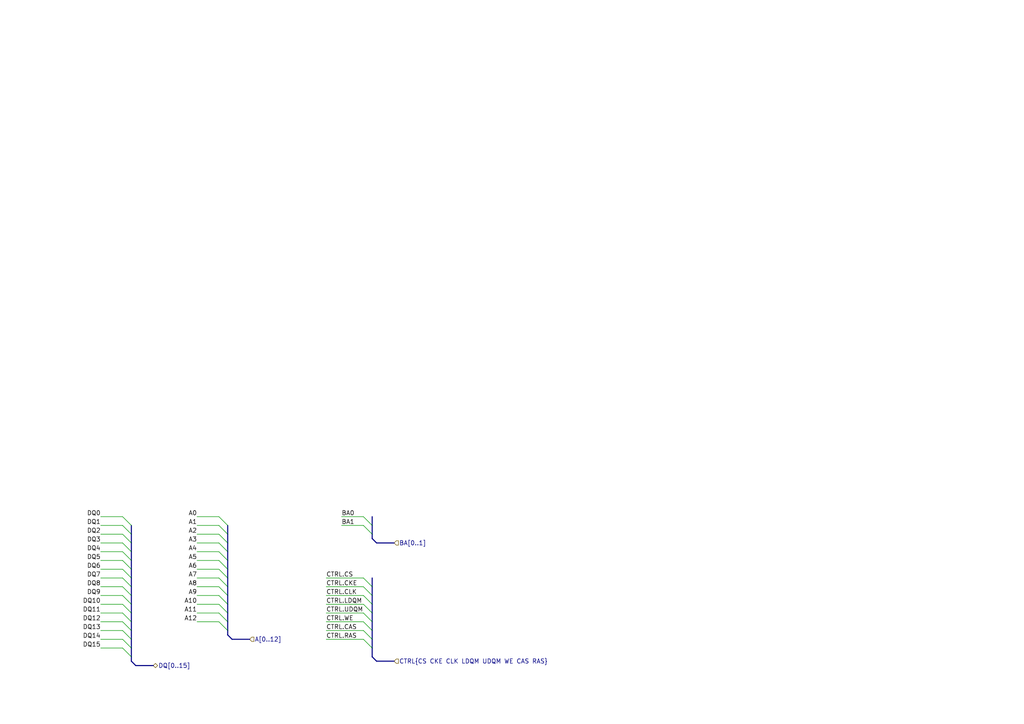
<source format=kicad_sch>
(kicad_sch (version 20211123) (generator eeschema)
  (paper "A4")
  (title_block (title "STLinux") (date "2022-11-10") (rev "1"))
  (lib_symbols)
  (bus_entry (at 63.5 160.02) (size 2.54 2.54))
  (bus_entry (at 105.41 180.34) (size 2.54 2.54))
  (bus_entry (at 105.41 182.88) (size 2.54 2.54))
  (bus_entry (at 35.56 182.88) (size 2.54 2.54))
  (bus_entry (at 63.5 157.48) (size 2.54 2.54))
  (bus_entry (at 63.5 177.8) (size 2.54 2.54))
  (bus_entry (at 35.56 170.18) (size 2.54 2.54))
  (bus_entry (at 63.5 152.4) (size 2.54 2.54))
  (bus_entry (at 63.5 149.86) (size 2.54 2.54))
  (bus_entry (at 105.41 175.26) (size 2.54 2.54))
  (bus_entry (at 63.5 162.56) (size 2.54 2.54))
  (bus_entry (at 105.41 170.18) (size 2.54 2.54))
  (bus_entry (at 35.56 187.96) (size 2.54 2.54))
  (bus_entry (at 35.56 175.26) (size 2.54 2.54))
  (bus_entry (at 105.41 172.72) (size 2.54 2.54))
  (bus_entry (at 35.56 167.64) (size 2.54 2.54))
  (bus_entry (at 35.56 165.1) (size 2.54 2.54))
  (bus_entry (at 105.41 152.4) (size 2.54 2.54))
  (bus_entry (at 105.41 149.86) (size 2.54 2.54))
  (bus_entry (at 35.56 149.86) (size 2.54 2.54))
  (bus_entry (at 105.41 185.42) (size 2.54 2.54))
  (bus_entry (at 105.41 177.8) (size 2.54 2.54))
  (bus_entry (at 105.41 167.64) (size 2.54 2.54))
  (bus_entry (at 63.5 170.18) (size 2.54 2.54))
  (bus_entry (at 35.56 172.72) (size 2.54 2.54))
  (bus_entry (at 35.56 152.4) (size 2.54 2.54))
  (bus_entry (at 35.56 185.42) (size 2.54 2.54))
  (bus_entry (at 35.56 157.48) (size 2.54 2.54))
  (bus_entry (at 63.5 154.94) (size 2.54 2.54))
  (bus_entry (at 63.5 165.1) (size 2.54 2.54))
  (bus_entry (at 35.56 154.94) (size 2.54 2.54))
  (bus_entry (at 35.56 180.34) (size 2.54 2.54))
  (bus_entry (at 35.56 177.8) (size 2.54 2.54))
  (bus_entry (at 63.5 180.34) (size 2.54 2.54))
  (bus_entry (at 35.56 160.02) (size 2.54 2.54))
  (bus_entry (at 63.5 167.64) (size 2.54 2.54))
  (bus_entry (at 63.5 172.72) (size 2.54 2.54))
  (bus_entry (at 35.56 162.56) (size 2.54 2.54))
  (bus_entry (at 63.5 175.26) (size 2.54 2.54))
  (wire (pts (xy 94.615 185.42) (xy 105.41 185.42)))
  (wire (pts (xy 29.21 175.26) (xy 35.56 175.26)))
  (bus (pts (xy 38.1 177.8) (xy 38.1 180.34)))
  (wire (pts (xy 29.21 182.88) (xy 35.56 182.88)))
  (wire (pts (xy 29.21 149.86) (xy 35.56 149.86)))
  (wire (pts (xy 57.15 175.26) (xy 63.5 175.26)))
  (bus (pts (xy 38.1 190.5) (xy 38.1 191.77)))
  (bus (pts (xy 38.1 185.42) (xy 38.1 187.96)))
  (wire (pts (xy 99.06 152.4) (xy 105.41 152.4)))
  (bus (pts (xy 66.04 167.64) (xy 66.04 170.18)))
  (bus (pts (xy 107.95 167.64) (xy 107.95 170.18)))
  (bus (pts (xy 38.1 170.18) (xy 38.1 172.72)))
  (bus (pts (xy 109.22 191.77) (xy 114.3 191.77)))
  (wire (pts (xy 29.21 157.48) (xy 35.56 157.48)))
  (bus (pts (xy 66.04 184.15) (xy 67.31 185.42)))
  (bus (pts (xy 107.95 180.34) (xy 107.95 182.88)))
  (bus (pts (xy 38.1 152.4) (xy 38.1 154.94)))
  (bus (pts (xy 66.04 154.94) (xy 66.04 157.48)))
  (wire (pts (xy 29.21 187.96) (xy 35.56 187.96)))
  (bus (pts (xy 38.1 162.56) (xy 38.1 165.1)))
  (bus (pts (xy 66.04 157.48) (xy 66.04 160.02)))
  (wire (pts (xy 94.615 170.18) (xy 105.41 170.18)))
  (wire (pts (xy 57.15 180.34) (xy 63.5 180.34)))
  (wire (pts (xy 94.615 177.8) (xy 105.41 177.8)))
  (wire (pts (xy 29.21 180.34) (xy 35.56 180.34)))
  (wire (pts (xy 57.15 177.8) (xy 63.5 177.8)))
  (bus (pts (xy 107.95 154.94) (xy 107.95 156.21)))
  (bus (pts (xy 107.95 156.21) (xy 109.22 157.48)))
  (bus (pts (xy 39.37 193.04) (xy 44.45 193.04)))
  (wire (pts (xy 94.615 175.26) (xy 105.41 175.26)))
  (bus (pts (xy 66.04 182.88) (xy 66.04 184.15)))
  (wire (pts (xy 57.15 154.94) (xy 63.5 154.94)))
  (wire (pts (xy 57.15 149.86) (xy 63.5 149.86)))
  (bus (pts (xy 67.31 185.42) (xy 72.39 185.42)))
  (wire (pts (xy 29.21 162.56) (xy 35.56 162.56)))
  (wire (pts (xy 29.21 152.4) (xy 35.56 152.4)))
  (wire (pts (xy 29.21 185.42) (xy 35.56 185.42)))
  (bus (pts (xy 107.95 182.88) (xy 107.95 185.42)))
  (wire (pts (xy 29.21 154.94) (xy 35.56 154.94)))
  (wire (pts (xy 94.615 182.88) (xy 105.41 182.88)))
  (bus (pts (xy 107.95 177.8) (xy 107.95 180.34)))
  (wire (pts (xy 99.06 149.86) (xy 105.41 149.86)))
  (bus (pts (xy 66.04 170.18) (xy 66.04 172.72)))
  (wire (pts (xy 57.15 160.02) (xy 63.5 160.02)))
  (wire (pts (xy 94.615 180.34) (xy 105.41 180.34)))
  (wire (pts (xy 29.21 170.18) (xy 35.56 170.18)))
  (bus (pts (xy 66.04 175.26) (xy 66.04 177.8)))
  (bus (pts (xy 107.95 149.86) (xy 107.95 152.4)))
  (wire (pts (xy 29.21 160.02) (xy 35.56 160.02)))
  (wire (pts (xy 29.21 172.72) (xy 35.56 172.72)))
  (bus (pts (xy 107.95 187.96) (xy 107.95 190.5)))
  (bus (pts (xy 107.95 175.26) (xy 107.95 177.8)))
  (wire (pts (xy 29.21 167.64) (xy 35.56 167.64)))
  (bus (pts (xy 66.04 162.56) (xy 66.04 165.1)))
  (wire (pts (xy 57.15 170.18) (xy 63.5 170.18)))
  (bus (pts (xy 38.1 165.1) (xy 38.1 167.64)))
  (bus (pts (xy 66.04 152.4) (xy 66.04 154.94)))
  (bus (pts (xy 66.04 160.02) (xy 66.04 162.56)))
  (bus (pts (xy 107.95 152.4) (xy 107.95 154.94)))
  (wire (pts (xy 57.15 152.4) (xy 63.5 152.4)))
  (bus (pts (xy 38.1 191.77) (xy 39.37 193.04)))
  (bus (pts (xy 66.04 165.1) (xy 66.04 167.64)))
  (bus (pts (xy 38.1 180.34) (xy 38.1 182.88)))
  (wire (pts (xy 29.21 165.1) (xy 35.56 165.1)))
  (bus (pts (xy 38.1 154.94) (xy 38.1 157.48)))
  (bus (pts (xy 66.04 172.72) (xy 66.04 175.26)))
  (wire (pts (xy 57.15 165.1) (xy 63.5 165.1)))
  (bus (pts (xy 66.04 180.34) (xy 66.04 182.88)))
  (wire (pts (xy 94.615 167.64) (xy 105.41 167.64)))
  (wire (pts (xy 94.615 172.72) (xy 105.41 172.72)))
  (bus (pts (xy 38.1 157.48) (xy 38.1 160.02)))
  (bus (pts (xy 38.1 160.02) (xy 38.1 162.56)))
  (wire (pts (xy 57.15 157.48) (xy 63.5 157.48)))
  (bus (pts (xy 38.1 167.64) (xy 38.1 170.18)))
  (bus (pts (xy 38.1 175.26) (xy 38.1 177.8)))
  (wire (pts (xy 29.21 177.8) (xy 35.56 177.8)))
  (bus (pts (xy 66.04 177.8) (xy 66.04 180.34)))
  (bus (pts (xy 109.22 157.48) (xy 114.3 157.48)))
  (bus (pts (xy 107.95 190.5) (xy 109.22 191.77)))
  (wire (pts (xy 57.15 162.56) (xy 63.5 162.56)))
  (bus (pts (xy 38.1 172.72) (xy 38.1 175.26)))
  (bus (pts (xy 38.1 187.96) (xy 38.1 190.5)))
  (bus (pts (xy 107.95 185.42) (xy 107.95 187.96)))
  (bus (pts (xy 38.1 182.88) (xy 38.1 185.42)))
  (bus (pts (xy 107.95 170.18) (xy 107.95 172.72)))
  (wire (pts (xy 57.15 167.64) (xy 63.5 167.64)))
  (bus (pts (xy 107.95 172.72) (xy 107.95 175.26)))
  (wire (pts (xy 57.15 172.72) (xy 63.5 172.72)))
  (label "DQ13" (at 29.21 182.88 180))
  (label "DQ5" (at 29.21 162.56 180))
  (label "DQ4" (at 29.21 160.02 180))
  (label "DQ3" (at 29.21 157.48 180))
  (label "DQ8" (at 29.21 170.18 180))
  (label "A8" (at 57.15 170.18 180))
  (label "A12" (at 57.15 180.34 180))
  (label "CTRL.CLK" (at 94.615 172.72 0))
  (label "DQ11" (at 29.21 177.8 180))
  (label "A1" (at 57.15 152.4 180))
  (label "BA1" (at 99.06 152.4 0))
  (label "A6" (at 57.15 165.1 180))
  (label "A4" (at 57.15 160.02 180))
  (label "A2" (at 57.15 154.94 180))
  (label "DQ12" (at 29.21 180.34 180))
  (label "DQ2" (at 29.21 154.94 180))
  (label "DQ15" (at 29.21 187.96 180))
  (label "A0" (at 57.15 149.86 180))
  (label "CTRL.CAS" (at 94.615 182.88 0))
  (label "DQ6" (at 29.21 165.1 180))
  (label "A5" (at 57.15 162.56 180))
  (label "DQ10" (at 29.21 175.26 180))
  (label "A7" (at 57.15 167.64 180))
  (label "A11" (at 57.15 177.8 180))
  (label "CTRL.CKE" (at 94.615 170.18 0))
  (label "CTRL.LDQM" (at 94.615 175.26 0))
  (label "DQ0" (at 29.21 149.86 180))
  (label "A3" (at 57.15 157.48 180))
  (label "DQ7" (at 29.21 167.64 180))
  (label "DQ14" (at 29.21 185.42 180))
  (label "CTRL.WE" (at 94.615 180.34 0))
  (label "BA0" (at 99.06 149.86 0))
  (label "CTRL.RAS" (at 94.615 185.42 0))
  (label "CTRL.CS" (at 94.615 167.64 0))
  (label "CTRL.UDQM" (at 94.615 177.8 0))
  (label "A9" (at 57.15 172.72 180))
  (label "A10" (at 57.15 175.26 180))
  (label "DQ1" (at 29.21 152.4 180))
  (label "DQ9" (at 29.21 172.72 180))
  (hierarchical_label "DQ[0..15]" (shape bidirectional) (at 44.45 193.04 0))
  (hierarchical_label "A[0..12]" (shape input) (at 72.39 185.42 0))
  (hierarchical_label "CTRL{CS CKE CLK LDQM UDQM WE CAS RAS}" (shape input) (at 114.3 191.77 0))
  (hierarchical_label "BA[0..1]" (shape input) (at 114.3 157.48 0))
)
</source>
